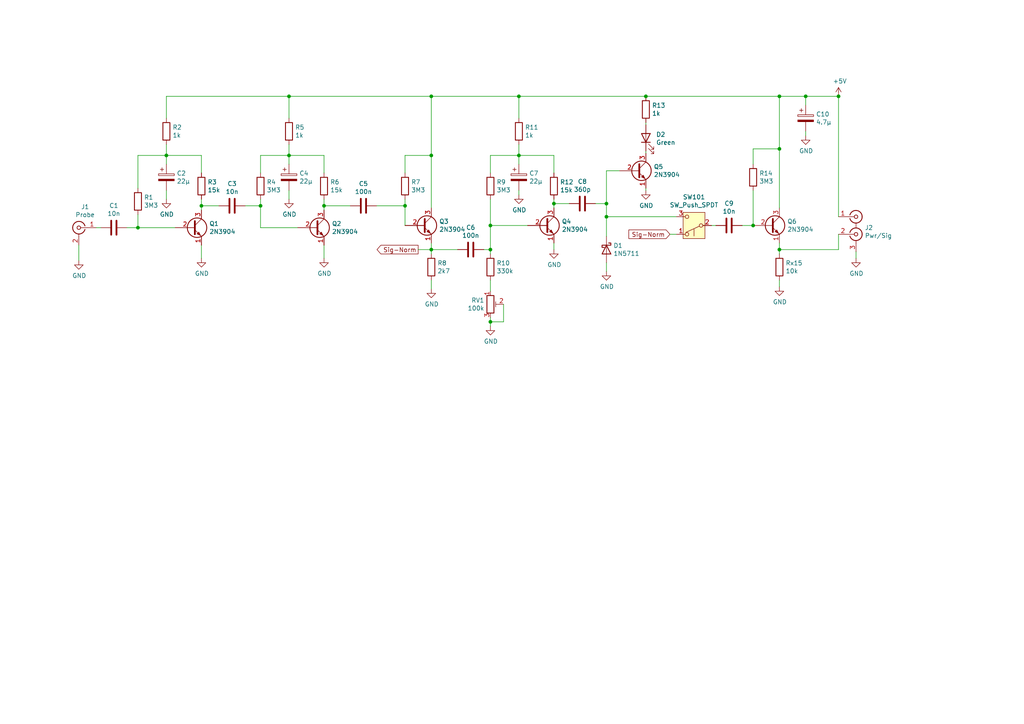
<source format=kicad_sch>
(kicad_sch (version 20230121) (generator eeschema)
  (paper "A4")
  (title_block (title "Superprobe - Probe") (date "2024-05-20") (rev "1") (comment 1 "KiCAD by Atkelar, based on schematics published by Mr Carlson's Lab"))
  (lib_symbols
    (symbol "Connector:Conn_Coaxial" (pin_names (offset 1.016) hide)
      (property "Reference" "J" (at 0.254 3.048 0))
      (property "Value" "Conn_Coaxial" (at 2.921 0 90))
      (symbol "Conn_Coaxial_0_1"
        (arc (start -1.778 -0.508) (mid 0.2311 -1.8066) (end 1.778 0) (stroke (width 0.254)))
        (polyline (pts (xy -2.54 0) (xy -0.508 0)))
        (polyline (pts (xy 0 -2.54) (xy 0 -1.778)))
        (circle (center 0 0) (radius 0.508) (stroke (width 0.2032)))
        (arc (start 1.778 0) (mid 0.2099 1.8101) (end -1.778 0.508) (stroke (width 0.254)))
      )
      (symbol "Conn_Coaxial_1_1"
        (pin passive line (at -5.08 0 0) (length 2.54) (name "In") (number "1"))
        (pin passive line (at 0 -5.08 90) (length 2.54) (name "Ext") (number "2"))
      )
    )
    (symbol "Connector:Conn_Coaxial_x2" (pin_names (offset 1.016) hide)
      (property "Reference" "J" (at 0 5.715 0))
      (property "Value" "Conn_Coaxial_x2" (at 2.921 0 90))
      (symbol "Conn_Coaxial_x2_0_1"
        (arc (start -1.778 -3.048) (mid 0.2311 -4.3466) (end 1.778 -2.54) (stroke (width 0.254)))
        (arc (start -1.778 2.032) (mid 0.2311 0.7334) (end 1.778 2.54) (stroke (width 0.254)))
        (circle (center 0 -2.54) (radius 0.508) (stroke (width 0.2032)))
        (polyline (pts (xy -2.54 -2.54) (xy -0.508 -2.54)))
        (polyline (pts (xy -2.54 2.54) (xy -0.508 2.54)))
        (polyline (pts (xy 0 -5.08) (xy 0 -4.318)))
        (polyline (pts (xy 0 0.762) (xy 0 -0.635)))
        (circle (center 0 2.54) (radius 0.508) (stroke (width 0.2032)))
        (arc (start 1.778 -2.54) (mid 0.2099 -0.7299) (end -1.778 -2.032) (stroke (width 0.254)))
        (arc (start 1.778 2.54) (mid 0.2099 4.3501) (end -1.778 3.048) (stroke (width 0.254)))
      )
      (symbol "Conn_Coaxial_x2_1_1"
        (pin passive line (at -5.08 2.54 0) (length 2.54) (name "IN1") (number "1"))
        (pin passive line (at -5.08 -2.54 0) (length 2.54) (name "IN2") (number "2"))
        (pin passive line (at 0 -7.62 90) (length 2.54) (name "EXT") (number "3"))
      )
    )
    (symbol "Device:C" (pin_numbers hide) (pin_names (offset 0.254))
      (property "Reference" "C" (at 0.635 2.54 0))
      (property "Value" "C" (at 0.635 -2.54 0))
      (symbol "C_0_1"
        (polyline (pts (xy -2.032 -0.762) (xy 2.032 -0.762)) (stroke (width 0.508)))
        (polyline (pts (xy -2.032 0.762) (xy 2.032 0.762)) (stroke (width 0.508)))
      )
      (symbol "C_1_1"
        (pin passive line (at 0 3.81 270) (length 2.794) (name "~") (number "1"))
        (pin passive line (at 0 -3.81 90) (length 2.794) (name "~") (number "2"))
      )
    )
    (symbol "Device:D_Schottky" (pin_numbers hide) (pin_names (offset 1.016) hide)
      (property "Reference" "D" (at 0 2.54 0))
      (property "Value" "D_Schottky" (at 0 -2.54 0))
      (symbol "D_Schottky_0_1"
        (polyline (pts (xy 1.27 0) (xy -1.27 0)))
        (polyline (pts (xy 1.27 1.27) (xy 1.27 -1.27) (xy -1.27 0) (xy 1.27 1.27)) (stroke (width 0.254)))
        (polyline (pts (xy -1.905 0.635) (xy -1.905 1.27) (xy -1.27 1.27) (xy -1.27 -1.27) (xy -0.635 -1.27) (xy -0.635 -0.635)) (stroke (width 0.254)))
      )
      (symbol "D_Schottky_1_1"
        (pin passive line (at -3.81 0 0) (length 2.54) (name "K") (number "1"))
        (pin passive line (at 3.81 0 180) (length 2.54) (name "A") (number "2"))
      )
    )
    (symbol "Device:LED" (pin_numbers hide) (pin_names (offset 1.016) hide)
      (property "Reference" "D" (at 0 2.54 0))
      (property "Value" "LED" (at 0 -2.54 0))
      (symbol "LED_0_1"
        (polyline (pts (xy -1.27 -1.27) (xy -1.27 1.27)) (stroke (width 0.254)))
        (polyline (pts (xy -1.27 0) (xy 1.27 0)))
        (polyline (pts (xy 1.27 -1.27) (xy 1.27 1.27) (xy -1.27 0) (xy 1.27 -1.27)) (stroke (width 0.254)))
        (polyline (pts (xy -3.048 -0.762) (xy -4.572 -2.286) (xy -3.81 -2.286) (xy -4.572 -2.286) (xy -4.572 -1.524)))
        (polyline (pts (xy -1.778 -0.762) (xy -3.302 -2.286) (xy -2.54 -2.286) (xy -3.302 -2.286) (xy -3.302 -1.524)))
      )
      (symbol "LED_1_1"
        (pin passive line (at -3.81 0 0) (length 2.54) (name "K") (number "1"))
        (pin passive line (at 3.81 0 180) (length 2.54) (name "A") (number "2"))
      )
    )
    (symbol "Device:R" (pin_numbers hide) (pin_names (offset 0))
      (property "Reference" "R" (at 2.032 0 90))
      (property "Value" "R" (at 0 0 90))
      (symbol "R_0_1"
        (rectangle (start -1.016 -2.54) (end 1.016 2.54) (stroke (width 0.254)))
      )
      (symbol "R_1_1"
        (pin passive line (at 0 3.81 270) (length 1.27) (name "~") (number "1"))
        (pin passive line (at 0 -3.81 90) (length 1.27) (name "~") (number "2"))
      )
    )
    (symbol "SuperProbe-rescue:CP-Device" (pin_numbers hide) (pin_names (offset 0.254))
      (property "Reference" "C" (at 0.635 2.54 0))
      (property "Value" "Device_CP" (at 0.635 -2.54 0))
      (symbol "CP-Device_0_1"
        (rectangle (start -2.286 0.508) (end 2.286 1.016))
        (polyline (pts (xy -1.778 2.286) (xy -0.762 2.286)))
        (polyline (pts (xy -1.27 2.794) (xy -1.27 1.778)))
        (rectangle (start 2.286 -0.508) (end -2.286 -1.016) (fill (type outline)))
      )
      (symbol "CP-Device_1_1"
        (pin passive line (at 0 3.81 270) (length 2.794) (name "~") (number "1"))
        (pin passive line (at 0 -3.81 90) (length 2.794) (name "~") (number "2"))
      )
    )
    (symbol "SuperProbe-rescue:R_POT_TRIM-Device" (pin_names (offset 1.016) hide)
      (property "Reference" "RV" (at -4.445 0 90))
      (property "Value" "Device_R_POT_TRIM" (at -2.54 0 90))
      (symbol "R_POT_TRIM-Device_0_1"
        (polyline (pts (xy 1.524 0.762) (xy 1.524 -0.762)))
        (polyline (pts (xy 2.54 0) (xy 1.524 0)))
        (rectangle (start 1.016 2.54) (end -1.016 -2.54) (stroke (width 0.254)))
      )
      (symbol "R_POT_TRIM-Device_1_1"
        (pin passive line (at 0 3.81 270) (length 1.27) (name "1") (number "1"))
        (pin passive line (at 3.81 0 180) (length 1.27) (name "2") (number "2"))
        (pin passive line (at 0 -3.81 90) (length 1.27) (name "3") (number "3"))
      )
    )
    (symbol "Switch:SW_Push_SPDT" (pin_names (offset 0) hide)
      (property "Reference" "SW" (at 0 5.08 0))
      (property "Value" "SW_Push_SPDT" (at 0 -5.08 0))
      (symbol "SW_Push_SPDT_0_0"
        (circle (center -2.032 0) (radius 0.508))
        (polyline (pts (xy 0 1.016) (xy 0 3.048)))
        (circle (center 2.032 -2.54) (radius 0.508))
      )
      (symbol "SW_Push_SPDT_0_1"
        (polyline (pts (xy -1.524 0.2032) (xy 2.3368 1.9812)))
        (circle (center 2.032 2.54) (radius 0.508))
      )
      (symbol "SW_Push_SPDT_1_1"
        (rectangle (start -3.175 3.81) (end 3.175 -3.81) (fill (type background)))
        (pin passive line (at 5.08 2.54 180) (length 2.54) (name "A") (number "1"))
        (pin passive line (at -5.08 0 0) (length 2.54) (name "B") (number "2"))
        (pin passive line (at 5.08 -2.54 180) (length 2.54) (name "C") (number "3"))
      )
    )
    (symbol "Transistor_BJT:2N3904" (pin_names (offset 0) hide)
      (property "Reference" "Q" (at 5.08 1.905 0))
      (property "Value" "2N3904" (at 5.08 0 0))
      (symbol "2N3904_0_1"
        (polyline (pts (xy 0.635 0.635) (xy 2.54 2.54)))
        (polyline (pts (xy 0.635 -0.635) (xy 2.54 -2.54) (xy 2.54 -2.54)))
        (polyline (pts (xy 0.635 1.905) (xy 0.635 -1.905) (xy 0.635 -1.905)) (stroke (width 0.508)))
        (polyline (pts (xy 1.27 -1.778) (xy 1.778 -1.27) (xy 2.286 -2.286) (xy 1.27 -1.778) (xy 1.27 -1.778)) (fill (type outline)))
        (circle (center 1.27 0) (radius 2.8194) (stroke (width 0.254)))
      )
      (symbol "2N3904_1_1"
        (pin passive line (at 2.54 -5.08 90) (length 2.54) (name "E") (number "1"))
        (pin passive line (at -5.08 0 0) (length 5.715) (name "B") (number "2"))
        (pin passive line (at 2.54 5.08 270) (length 2.54) (name "C") (number "3"))
      )
    )
    (symbol "power:+5V" (power) (pin_names (offset 0))
      (property "Value" "+5V" (at 0 3.556 0))
      (symbol "+5V_0_1"
        (polyline (pts (xy -0.762 1.27) (xy 0 2.54)))
        (polyline (pts (xy 0 0) (xy 0 2.54)))
        (polyline (pts (xy 0 2.54) (xy 0.762 1.27)))
      )
      (symbol "+5V_1_1"
        (pin power_in line (at 0 0 90) (length 0) hide (name "+5V") (number "1"))
      )
    )
    (symbol "power:GND" (power) (pin_names (offset 0))
      (property "Value" "GND" (at 0 -3.81 0))
      (symbol "GND_0_1"
        (polyline (pts (xy 0 0) (xy 0 -1.27) (xy 1.27 -1.27) (xy 0 -2.54) (xy -1.27 -1.27) (xy 0 -1.27)))
      )
      (symbol "GND_1_1"
        (pin power_in line (at 0 0 270) (length 0) hide (name "GND") (number "1"))
      )
    )
  )
  (junction (at 218.44 65.405))
  (junction (at 150.495 45.085))
  (junction (at 150.495 27.94))
  (junction (at 117.475 59.69))
  (junction (at 125.095 72.39))
  (junction (at 160.655 59.055))
  (junction (at 58.42 59.69))
  (junction (at 125.095 45.085))
  (junction (at 175.895 59.055))
  (junction (at 233.68 27.94))
  (junction (at 142.24 72.39))
  (junction (at 75.565 59.69))
  (junction (at 187.325 27.94))
  (junction (at 142.24 93.345))
  (junction (at 48.26 45.085))
  (junction (at 125.095 27.94))
  (junction (at 175.895 62.865))
  (junction (at 243.205 27.94))
  (junction (at 226.06 72.39))
  (junction (at 226.06 27.94))
  (junction (at 142.24 65.405))
  (junction (at 93.98 59.69))
  (junction (at 83.82 45.085))
  (junction (at 226.06 43.18))
  (junction (at 83.82 27.94))
  (junction (at 40.005 66.04))
  (wire (pts (xy 48.26 45.085) (xy 58.42 45.085)))
  (wire (pts (xy 218.44 47.625) (xy 218.44 43.18)))
  (wire (pts (xy 142.24 94.615) (xy 142.24 93.345)))
  (wire (pts (xy 117.475 59.69) (xy 117.475 65.405)))
  (wire (pts (xy 226.06 83.185) (xy 226.06 81.28)))
  (wire (pts (xy 48.26 45.085) (xy 48.26 41.91)))
  (wire (pts (xy 83.82 27.94) (xy 83.82 34.29)))
  (wire (pts (xy 233.68 27.94) (xy 226.06 27.94)))
  (wire (pts (xy 117.475 50.165) (xy 117.475 45.085)))
  (wire (pts (xy 117.475 45.085) (xy 125.095 45.085)))
  (wire (pts (xy 160.655 57.785) (xy 160.655 59.055)))
  (wire (pts (xy 150.495 56.515) (xy 150.495 55.245)))
  (wire (pts (xy 48.26 45.085) (xy 48.26 47.625)))
  (wire (pts (xy 83.82 27.94) (xy 125.095 27.94)))
  (wire (pts (xy 83.82 45.085) (xy 83.82 47.625)))
  (wire (pts (xy 48.26 34.29) (xy 48.26 27.94)))
  (wire (pts (xy 226.06 60.325) (xy 226.06 43.18)))
  (wire (pts (xy 248.285 74.93) (xy 248.285 73.025)))
  (wire (pts (xy 125.095 45.085) (xy 125.095 27.94)))
  (wire (pts (xy 150.495 27.94) (xy 150.495 34.29)))
  (wire (pts (xy 93.98 57.785) (xy 93.98 59.69)))
  (wire (pts (xy 48.26 55.245) (xy 48.26 57.785)))
  (wire (pts (xy 125.095 72.39) (xy 132.715 72.39)))
  (wire (pts (xy 142.24 93.345) (xy 142.24 92.075)))
  (wire (pts (xy 187.325 43.815) (xy 187.325 44.45)))
  (wire (pts (xy 226.06 73.66) (xy 226.06 72.39)))
  (wire (pts (xy 179.705 49.53) (xy 175.895 49.53)))
  (wire (pts (xy 175.895 49.53) (xy 175.895 59.055)))
  (wire (pts (xy 58.42 59.69) (xy 58.42 60.96)))
  (wire (pts (xy 93.98 59.69) (xy 93.98 60.96)))
  (wire (pts (xy 142.24 84.455) (xy 142.24 81.28)))
  (wire (pts (xy 150.495 45.085) (xy 150.495 47.625)))
  (wire (pts (xy 63.5 59.69) (xy 58.42 59.69)))
  (wire (pts (xy 40.005 66.04) (xy 50.8 66.04)))
  (wire (pts (xy 150.495 45.085) (xy 160.655 45.085)))
  (wire (pts (xy 83.82 45.085) (xy 83.82 41.91)))
  (wire (pts (xy 160.655 45.085) (xy 160.655 50.165)))
  (wire (pts (xy 226.06 27.94) (xy 187.325 27.94)))
  (wire (pts (xy 40.005 62.23) (xy 40.005 66.04)))
  (wire (pts (xy 160.655 72.39) (xy 160.655 70.485)))
  (wire (pts (xy 83.82 45.085) (xy 93.98 45.085)))
  (wire (pts (xy 71.12 59.69) (xy 75.565 59.69)))
  (wire (pts (xy 243.205 72.39) (xy 226.06 72.39)))
  (wire (pts (xy 93.98 45.085) (xy 93.98 50.165)))
  (wire (pts (xy 75.565 59.69) (xy 75.565 66.04)))
  (wire (pts (xy 29.21 66.04) (xy 27.94 66.04)))
  (wire (pts (xy 93.98 59.69) (xy 101.6 59.69)))
  (wire (pts (xy 233.68 39.37) (xy 233.68 38.1)))
  (wire (pts (xy 142.24 57.785) (xy 142.24 65.405)))
  (wire (pts (xy 40.005 45.085) (xy 48.26 45.085)))
  (wire (pts (xy 75.565 45.085) (xy 83.82 45.085)))
  (wire (pts (xy 218.44 55.245) (xy 218.44 65.405)))
  (wire (pts (xy 75.565 59.69) (xy 75.565 57.785)))
  (wire (pts (xy 125.095 27.94) (xy 150.495 27.94)))
  (wire (pts (xy 187.325 27.94) (xy 150.495 27.94)))
  (wire (pts (xy 142.24 65.405) (xy 153.035 65.405)))
  (wire (pts (xy 58.42 45.085) (xy 58.42 50.165)))
  (wire (pts (xy 175.895 78.74) (xy 175.895 76.2)))
  (wire (pts (xy 121.285 72.39) (xy 125.095 72.39)))
  (wire (pts (xy 233.68 30.48) (xy 233.68 27.94)))
  (wire (pts (xy 22.86 75.565) (xy 22.86 71.12)))
  (wire (pts (xy 117.475 57.785) (xy 117.475 59.69)))
  (wire (pts (xy 36.83 66.04) (xy 40.005 66.04)))
  (wire (pts (xy 48.26 27.94) (xy 83.82 27.94)))
  (wire (pts (xy 75.565 66.04) (xy 86.36 66.04)))
  (wire (pts (xy 196.215 62.865) (xy 175.895 62.865)))
  (wire (pts (xy 160.655 59.055) (xy 160.655 60.325)))
  (wire (pts (xy 125.095 70.485) (xy 125.095 72.39)))
  (wire (pts (xy 226.06 72.39) (xy 226.06 70.485)))
  (wire (pts (xy 243.205 67.945) (xy 243.205 72.39)))
  (wire (pts (xy 175.895 62.865) (xy 175.895 59.055)))
  (wire (pts (xy 206.375 65.405) (xy 207.645 65.405)))
  (wire (pts (xy 165.1 59.055) (xy 160.655 59.055)))
  (wire (pts (xy 125.095 72.39) (xy 125.095 73.66)))
  (wire (pts (xy 142.24 72.39) (xy 140.335 72.39)))
  (wire (pts (xy 146.05 93.345) (xy 146.05 88.265)))
  (wire (pts (xy 93.98 71.12) (xy 93.98 74.93)))
  (wire (pts (xy 150.495 45.085) (xy 150.495 41.91)))
  (wire (pts (xy 218.44 43.18) (xy 226.06 43.18)))
  (wire (pts (xy 142.24 45.085) (xy 150.495 45.085)))
  (wire (pts (xy 58.42 71.12) (xy 58.42 74.93)))
  (wire (pts (xy 226.06 43.18) (xy 226.06 27.94)))
  (wire (pts (xy 125.095 60.325) (xy 125.095 45.085)))
  (wire (pts (xy 142.24 73.66) (xy 142.24 72.39)))
  (wire (pts (xy 243.205 62.865) (xy 243.205 27.94)))
  (wire (pts (xy 187.325 55.245) (xy 187.325 54.61)))
  (wire (pts (xy 75.565 50.165) (xy 75.565 45.085)))
  (wire (pts (xy 142.24 93.345) (xy 146.05 93.345)))
  (wire (pts (xy 175.895 59.055) (xy 172.72 59.055)))
  (wire (pts (xy 196.215 67.945) (xy 194.31 67.945)))
  (wire (pts (xy 58.42 57.785) (xy 58.42 59.69)))
  (wire (pts (xy 40.005 54.61) (xy 40.005 45.085)))
  (wire (pts (xy 125.095 81.28) (xy 125.095 83.82)))
  (wire (pts (xy 142.24 65.405) (xy 142.24 72.39)))
  (wire (pts (xy 83.82 55.245) (xy 83.82 57.785)))
  (wire (pts (xy 215.265 65.405) (xy 218.44 65.405)))
  (wire (pts (xy 175.895 68.58) (xy 175.895 62.865)))
  (wire (pts (xy 243.205 27.94) (xy 233.68 27.94)))
  (wire (pts (xy 142.24 50.165) (xy 142.24 45.085)))
  (wire (pts (xy 109.22 59.69) (xy 117.475 59.69)))
  (wire (pts (xy 187.325 36.195) (xy 187.325 35.56)))
  (global_label "Sig-Norm" (shape input) (at 194.31 67.945 180) (property "Intersheetrefs" "${INTERSHEET_REFS}" (effects hide)))
  (global_label "Sig-Norm" (shape output) (at 121.285 72.39 180) (property "Intersheetrefs" "${INTERSHEET_REFS}" (effects hide)))
  (symbol (lib_id "Transistor_BJT:2N3904") (at 55.88 66.04 0) (unit 1)
    (property "Reference" "Q1" (at 60.706 64.8716 0) (effects (justify left)))
    (property "Value" "2N3904" (at 60.706 67.183 0) (effects (justify left)))
    (property "Footprint" "Package_TO_SOT_THT:TO-92_Inline" (effects hide))
    (property "Datasheet" "https://www.fairchildsemi.com/datasheets/2N/2N3904.pdf" (effects hide))
  )
  (symbol (lib_id "power:GND") (at 22.86 75.565 0) (unit 1)
    (property "Reference" "#PWR0101" (effects hide))
    (property "Value" "GND" (at 22.987 79.9592 0))
  )
  (symbol (lib_id "Connector:Conn_Coaxial") (at 22.86 66.04 0) (mirror y) (unit 1)
    (property "Reference" "J1" (at 24.6888 59.9948 0))
    (property "Value" "Probe" (at 24.6888 62.3062 0))
    (property "Footprint" "Connector_Wire:SolderWirePad_1x02_P3.81mm_Drill1mm" (effects hide))
    (property "Datasheet" " ~" (effects hide))
  )
  (symbol (lib_id "Transistor_BJT:2N3904") (at 122.555 65.405 0) (unit 1)
    (property "Reference" "Q3" (at 127.381 64.2366 0) (effects (justify left)))
    (property "Value" "2N3904" (at 127.381 66.548 0) (effects (justify left)))
    (property "Footprint" "Package_TO_SOT_THT:TO-92_Inline" (effects hide))
    (property "Datasheet" "https://www.fairchildsemi.com/datasheets/2N/2N3904.pdf" (effects hide))
  )
  (symbol (lib_id "Transistor_BJT:2N3904") (at 158.115 65.405 0) (unit 1)
    (property "Reference" "Q4" (at 162.941 64.2366 0) (effects (justify left)))
    (property "Value" "2N3904" (at 162.941 66.548 0) (effects (justify left)))
    (property "Footprint" "Package_TO_SOT_THT:TO-92_Inline" (effects hide))
    (property "Datasheet" "https://www.fairchildsemi.com/datasheets/2N/2N3904.pdf" (effects hide))
  )
  (symbol (lib_id "Transistor_BJT:2N3904") (at 184.785 49.53 0) (unit 1)
    (property "Reference" "Q5" (at 189.611 48.3616 0) (effects (justify left)))
    (property "Value" "2N3904" (at 189.611 50.673 0) (effects (justify left)))
    (property "Footprint" "Package_TO_SOT_THT:TO-92_Inline" (effects hide))
    (property "Datasheet" "https://www.fairchildsemi.com/datasheets/2N/2N3904.pdf" (effects hide))
  )
  (symbol (lib_id "Switch:SW_Push_SPDT") (at 201.295 65.405 180) (unit 1)
    (property "Reference" "SW101" (at 201.295 57.15 0))
    (property "Value" "SW_Push_SPDT" (at 201.295 59.4614 0))
    (property "Footprint" "Button_Switch_THT:SW_Slide_1P2T_CK_OS102011MS2Q" (effects hide))
  )
  (symbol (lib_id "Device:D_Schottky") (at 175.895 72.39 270) (unit 1)
    (property "Reference" "D1" (at 177.9016 71.2216 90) (effects (justify left)))
    (property "Value" "1N5711" (at 177.9016 73.533 90) (effects (justify left)))
    (property "Footprint" "Diode_THT:D_DO-35_SOD27_P2.54mm_Vertical_AnodeUp" (effects hide))
  )
  (symbol (lib_id "Device:R") (at 40.005 58.42 0) (unit 1)
    (property "Reference" "R1" (at 41.783 57.2516 0) (effects (justify left)))
    (property "Value" "3M3" (at 41.783 59.563 0) (effects (justify left)))
    (property "Footprint" "Resistor_THT:R_Axial_DIN0207_L6.3mm_D2.5mm_P7.62mm_Horizontal" (effects hide))
  )
  (symbol (lib_id "SuperProbe-rescue:CP-Device") (at 48.26 51.435 0) (unit 1)
    (property "Reference" "C2" (at 51.2572 50.2666 0) (effects (justify left)))
    (property "Value" "22µ" (at 51.2572 52.578 0) (effects (justify left)))
    (property "Footprint" "Capacitor_THT:CP_Radial_Tantal_D5.5mm_P5.00mm" (effects hide))
  )
  (symbol (lib_id "Device:R") (at 48.26 38.1 0) (unit 1)
    (property "Reference" "R2" (at 50.038 36.9316 0) (effects (justify left)))
    (property "Value" "1k" (at 50.038 39.243 0) (effects (justify left)))
    (property "Footprint" "Resistor_THT:R_Axial_DIN0207_L6.3mm_D2.5mm_P7.62mm_Horizontal" (effects hide))
  )
  (symbol (lib_id "Device:R") (at 58.42 53.975 0) (unit 1)
    (property "Reference" "R3" (at 60.198 52.8066 0) (effects (justify left)))
    (property "Value" "15k" (at 60.198 55.118 0) (effects (justify left)))
    (property "Footprint" "Resistor_THT:R_Axial_DIN0207_L6.3mm_D2.5mm_P7.62mm_Horizontal" (effects hide))
  )
  (symbol (lib_id "power:GND") (at 58.42 74.93 0) (unit 1)
    (property "Reference" "#PWR0102" (effects hide))
    (property "Value" "GND" (at 58.547 79.3242 0))
  )
  (symbol (lib_id "power:GND") (at 48.26 57.785 0) (unit 1)
    (property "Reference" "#PWR0103" (effects hide))
    (property "Value" "GND" (at 48.387 62.1792 0))
  )
  (symbol (lib_id "Device:C") (at 33.02 66.04 270) (unit 1)
    (property "Reference" "C1" (at 33.02 59.6392 90))
    (property "Value" "10n" (at 33.02 61.9506 90))
    (property "Footprint" "Capacitor_THT:C_Disc_D3.8mm_W2.6mm_P2.50mm" (effects hide))
  )
  (symbol (lib_id "Transistor_BJT:2N3904") (at 91.44 66.04 0) (unit 1)
    (property "Reference" "Q2" (at 96.266 64.8716 0) (effects (justify left)))
    (property "Value" "2N3904" (at 96.266 67.183 0) (effects (justify left)))
    (property "Footprint" "Package_TO_SOT_THT:TO-92_Inline" (effects hide))
    (property "Datasheet" "https://www.fairchildsemi.com/datasheets/2N/2N3904.pdf" (effects hide))
  )
  (symbol (lib_id "Device:R") (at 75.565 53.975 0) (unit 1)
    (property "Reference" "R4" (at 77.343 52.8066 0) (effects (justify left)))
    (property "Value" "3M3" (at 77.343 55.118 0) (effects (justify left)))
    (property "Footprint" "Resistor_THT:R_Axial_DIN0207_L6.3mm_D2.5mm_P7.62mm_Horizontal" (effects hide))
  )
  (symbol (lib_id "SuperProbe-rescue:CP-Device") (at 83.82 51.435 0) (unit 1)
    (property "Reference" "C4" (at 86.8172 50.2666 0) (effects (justify left)))
    (property "Value" "22µ" (at 86.8172 52.578 0) (effects (justify left)))
    (property "Footprint" "Capacitor_THT:CP_Radial_Tantal_D5.5mm_P5.00mm" (effects hide))
  )
  (symbol (lib_id "Device:R") (at 83.82 38.1 0) (unit 1)
    (property "Reference" "R5" (at 85.598 36.9316 0) (effects (justify left)))
    (property "Value" "1k" (at 85.598 39.243 0) (effects (justify left)))
    (property "Footprint" "Resistor_THT:R_Axial_DIN0207_L6.3mm_D2.5mm_P7.62mm_Horizontal" (effects hide))
  )
  (symbol (lib_id "Device:R") (at 93.98 53.975 0) (unit 1)
    (property "Reference" "R6" (at 95.758 52.8066 0) (effects (justify left)))
    (property "Value" "15k" (at 95.758 55.118 0) (effects (justify left)))
    (property "Footprint" "Resistor_THT:R_Axial_DIN0207_L6.3mm_D2.5mm_P7.62mm_Horizontal" (effects hide))
  )
  (symbol (lib_id "power:GND") (at 93.98 74.93 0) (unit 1)
    (property "Reference" "#PWR0104" (effects hide))
    (property "Value" "GND" (at 94.107 79.3242 0))
  )
  (symbol (lib_id "power:GND") (at 83.82 57.785 0) (unit 1)
    (property "Reference" "#PWR0105" (effects hide))
    (property "Value" "GND" (at 83.947 62.1792 0))
  )
  (symbol (lib_id "Device:C") (at 67.31 59.69 270) (unit 1)
    (property "Reference" "C3" (at 67.31 53.2892 90))
    (property "Value" "10n" (at 67.31 55.6006 90))
    (property "Footprint" "Capacitor_THT:C_Disc_D3.8mm_W2.6mm_P2.50mm" (effects hide))
  )
  (symbol (lib_id "Device:C") (at 105.41 59.69 270) (unit 1)
    (property "Reference" "C5" (at 105.41 53.2892 90))
    (property "Value" "100n" (at 105.41 55.6006 90))
    (property "Footprint" "Capacitor_THT:C_Disc_D5.0mm_W2.5mm_P5.00mm" (effects hide))
  )
  (symbol (lib_id "Device:R") (at 117.475 53.975 0) (unit 1)
    (property "Reference" "R7" (at 119.253 52.8066 0) (effects (justify left)))
    (property "Value" "3M3" (at 119.253 55.118 0) (effects (justify left)))
    (property "Footprint" "Resistor_THT:R_Axial_DIN0207_L6.3mm_D2.5mm_P7.62mm_Horizontal" (effects hide))
  )
  (symbol (lib_id "Device:R") (at 125.095 77.47 0) (unit 1)
    (property "Reference" "R8" (at 126.873 76.3016 0) (effects (justify left)))
    (property "Value" "2k7" (at 126.873 78.613 0) (effects (justify left)))
    (property "Footprint" "Resistor_THT:R_Axial_DIN0207_L6.3mm_D2.5mm_P7.62mm_Horizontal" (effects hide))
  )
  (symbol (lib_id "power:GND") (at 125.095 83.82 0) (unit 1)
    (property "Reference" "#PWR0106" (effects hide))
    (property "Value" "GND" (at 125.222 88.2142 0))
  )
  (symbol (lib_id "Device:C") (at 136.525 72.39 270) (unit 1)
    (property "Reference" "C6" (at 136.525 65.9892 90))
    (property "Value" "100n" (at 136.525 68.3006 90))
    (property "Footprint" "Capacitor_THT:C_Disc_D5.0mm_W2.5mm_P5.00mm" (effects hide))
  )
  (symbol (lib_id "Device:R") (at 142.24 77.47 0) (unit 1)
    (property "Reference" "R10" (at 144.018 76.3016 0) (effects (justify left)))
    (property "Value" "330k" (at 144.018 78.613 0) (effects (justify left)))
    (property "Footprint" "Resistor_THT:R_Axial_DIN0207_L6.3mm_D2.5mm_P7.62mm_Horizontal" (effects hide))
  )
  (symbol (lib_id "SuperProbe-rescue:R_POT_TRIM-Device") (at 142.24 88.265 0) (unit 1)
    (property "Reference" "RV1" (at 140.4874 87.0966 0) (effects (justify right)))
    (property "Value" "100k" (at 140.4874 89.408 0) (effects (justify right)))
    (property "Footprint" "Potentiometer_THT:Potentiometer_Bourns_3299P_Horizontal" (effects hide))
  )
  (symbol (lib_id "power:GND") (at 142.24 94.615 0) (unit 1)
    (property "Reference" "#PWR0107" (effects hide))
    (property "Value" "GND" (at 142.367 99.0092 0))
  )
  (symbol (lib_id "power:GND") (at 160.655 72.39 0) (unit 1)
    (property "Reference" "#PWR0108" (effects hide))
    (property "Value" "GND" (at 160.782 76.7842 0))
  )
  (symbol (lib_id "Device:R") (at 142.24 53.975 0) (unit 1)
    (property "Reference" "R9" (at 144.018 52.8066 0) (effects (justify left)))
    (property "Value" "3M3" (at 144.018 55.118 0) (effects (justify left)))
    (property "Footprint" "Resistor_THT:R_Axial_DIN0207_L6.3mm_D2.5mm_P7.62mm_Horizontal" (effects hide))
  )
  (symbol (lib_id "SuperProbe-rescue:CP-Device") (at 150.495 51.435 0) (unit 1)
    (property "Reference" "C7" (at 153.4922 50.2666 0) (effects (justify left)))
    (property "Value" "22µ" (at 153.4922 52.578 0) (effects (justify left)))
    (property "Footprint" "Capacitor_THT:CP_Radial_Tantal_D5.5mm_P5.00mm" (effects hide))
  )
  (symbol (lib_id "Device:R") (at 150.495 38.1 0) (unit 1)
    (property "Reference" "R11" (at 152.273 36.9316 0) (effects (justify left)))
    (property "Value" "1k" (at 152.273 39.243 0) (effects (justify left)))
    (property "Footprint" "Resistor_THT:R_Axial_DIN0207_L6.3mm_D2.5mm_P7.62mm_Horizontal" (effects hide))
  )
  (symbol (lib_id "Device:R") (at 160.655 53.975 0) (unit 1)
    (property "Reference" "R12" (at 162.433 52.8066 0) (effects (justify left)))
    (property "Value" "15k" (at 162.433 55.118 0) (effects (justify left)))
    (property "Footprint" "Resistor_THT:R_Axial_DIN0207_L6.3mm_D2.5mm_P7.62mm_Horizontal" (effects hide))
  )
  (symbol (lib_id "power:GND") (at 150.495 56.515 0) (unit 1)
    (property "Reference" "#PWR0109" (effects hide))
    (property "Value" "GND" (at 150.622 60.9092 0))
  )
  (symbol (lib_id "Device:C") (at 168.91 59.055 270) (unit 1)
    (property "Reference" "C8" (at 168.91 52.6542 90))
    (property "Value" "360p" (at 168.91 54.9656 90))
    (property "Footprint" "Capacitor_THT:C_Disc_D3.8mm_W2.6mm_P2.50mm" (effects hide))
  )
  (symbol (lib_id "Device:R") (at 187.325 31.75 0) (unit 1)
    (property "Reference" "R13" (at 189.103 30.5816 0) (effects (justify left)))
    (property "Value" "1k" (at 189.103 32.893 0) (effects (justify left)))
    (property "Footprint" "Resistor_THT:R_Axial_DIN0207_L6.3mm_D2.5mm_P7.62mm_Horizontal" (effects hide))
  )
  (symbol (lib_id "Device:LED") (at 187.325 40.005 90) (unit 1)
    (property "Reference" "D2" (at 190.2968 39.0144 90) (effects (justify right)))
    (property "Value" "Green" (at 190.2968 41.3258 90) (effects (justify right)))
    (property "Footprint" "Connector_PinHeader_2.54mm:PinHeader_1x02_P2.54mm_Vertical" (effects hide))
  )
  (symbol (lib_id "power:GND") (at 187.325 55.245 0) (unit 1)
    (property "Reference" "#PWR0110" (effects hide))
    (property "Value" "GND" (at 187.452 59.6392 0))
  )
  (symbol (lib_id "power:GND") (at 175.895 78.74 0) (unit 1)
    (property "Reference" "#PWR0111" (effects hide))
    (property "Value" "GND" (at 176.022 83.1342 0))
  )
  (symbol (lib_id "Transistor_BJT:2N3904") (at 223.52 65.405 0) (unit 1)
    (property "Reference" "Q6" (at 228.346 64.2366 0) (effects (justify left)))
    (property "Value" "2N3904" (at 228.346 66.548 0) (effects (justify left)))
    (property "Footprint" "Package_TO_SOT_THT:TO-92_Inline" (effects hide))
    (property "Datasheet" "https://www.fairchildsemi.com/datasheets/2N/2N3904.pdf" (effects hide))
  )
  (symbol (lib_id "Device:C") (at 211.455 65.405 270) (unit 1)
    (property "Reference" "C9" (at 211.455 59.0042 90))
    (property "Value" "10n" (at 211.455 61.3156 90))
    (property "Footprint" "Capacitor_THT:C_Disc_D3.8mm_W2.6mm_P2.50mm" (effects hide))
  )
  (symbol (lib_id "Device:R") (at 226.06 77.47 0) (unit 1)
    (property "Reference" "Rx15" (at 227.838 76.3016 0) (effects (justify left)))
    (property "Value" "10k" (at 227.838 78.613 0) (effects (justify left)))
    (property "Footprint" "Resistor_THT:R_Axial_DIN0207_L6.3mm_D2.5mm_P7.62mm_Horizontal" (effects hide))
  )
  (symbol (lib_id "power:GND") (at 226.06 83.185 0) (unit 1)
    (property "Reference" "#PWR0112" (effects hide))
    (property "Value" "GND" (at 226.187 87.5792 0))
  )
  (symbol (lib_id "Connector:Conn_Coaxial_x2") (at 248.285 65.405 0) (unit 1)
    (property "Reference" "J2" (at 250.825 66.04 0) (effects (justify left)))
    (property "Value" "Pwr/Sig" (at 250.825 68.3514 0) (effects (justify left)))
    (property "Footprint" "Connector_PinHeader_2.54mm:PinHeader_1x03_P2.54mm_Horizontal" (effects hide))
    (property "Datasheet" " ~" (effects hide))
  )
  (symbol (lib_id "Device:R") (at 218.44 51.435 0) (unit 1)
    (property "Reference" "R14" (at 220.218 50.2666 0) (effects (justify left)))
    (property "Value" "3M3" (at 220.218 52.578 0) (effects (justify left)))
    (property "Footprint" "Resistor_THT:R_Axial_DIN0207_L6.3mm_D2.5mm_P7.62mm_Horizontal" (effects hide))
  )
  (symbol (lib_id "SuperProbe-rescue:CP-Device") (at 233.68 34.29 0) (unit 1)
    (property "Reference" "C10" (at 236.6772 33.1216 0) (effects (justify left)))
    (property "Value" "4.7µ" (at 236.6772 35.433 0) (effects (justify left)))
    (property "Footprint" "Capacitor_THT:CP_Radial_Tantal_D5.5mm_P5.00mm" (effects hide))
  )
  (symbol (lib_id "power:GND") (at 233.68 39.37 0) (unit 1)
    (property "Reference" "#PWR0113" (effects hide))
    (property "Value" "GND" (at 233.807 43.7642 0))
  )
  (symbol (lib_id "power:GND") (at 248.285 74.93 0) (unit 1)
    (property "Reference" "#PWR0114" (effects hide))
    (property "Value" "GND" (at 248.412 79.3242 0))
  )
  (symbol (lib_id "power:+5V") (at 243.205 27.94 0) (unit 1)
    (property "Reference" "#PWR0115" (effects hide))
    (property "Value" "+5V" (at 243.586 23.5458 0))
  )
)
</source>
